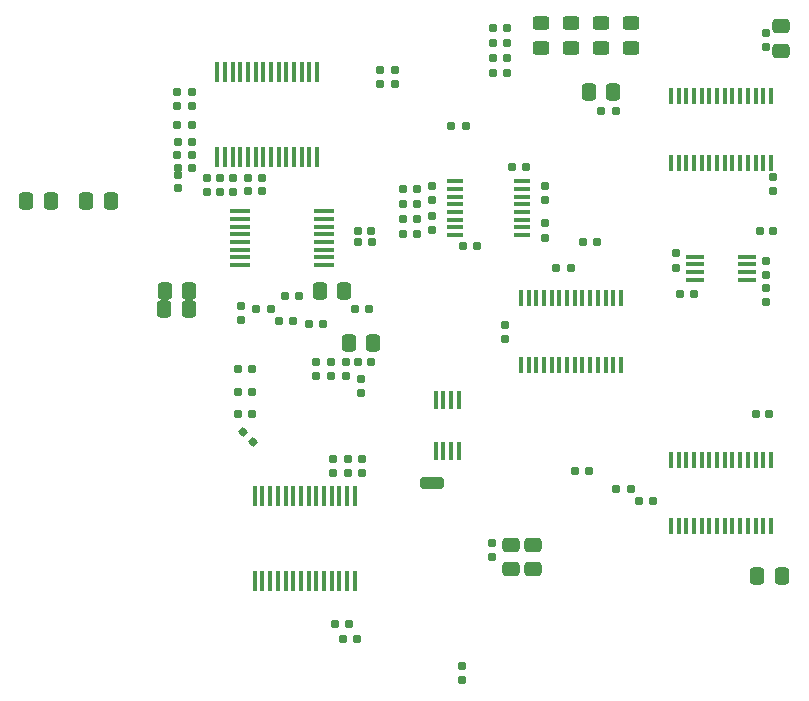
<source format=gbr>
%TF.GenerationSoftware,KiCad,Pcbnew,(6.0.4)*%
%TF.CreationDate,2022-12-09T13:12:30+01:00*%
%TF.ProjectId,SmartArtificialSoftTissue_Standard_v2,536d6172-7441-4727-9469-66696369616c,rev?*%
%TF.SameCoordinates,Original*%
%TF.FileFunction,Paste,Top*%
%TF.FilePolarity,Positive*%
%FSLAX46Y46*%
G04 Gerber Fmt 4.6, Leading zero omitted, Abs format (unit mm)*
G04 Created by KiCad (PCBNEW (6.0.4)) date 2022-12-09 13:12:30*
%MOMM*%
%LPD*%
G01*
G04 APERTURE LIST*
G04 Aperture macros list*
%AMRoundRect*
0 Rectangle with rounded corners*
0 $1 Rounding radius*
0 $2 $3 $4 $5 $6 $7 $8 $9 X,Y pos of 4 corners*
0 Add a 4 corners polygon primitive as box body*
4,1,4,$2,$3,$4,$5,$6,$7,$8,$9,$2,$3,0*
0 Add four circle primitives for the rounded corners*
1,1,$1+$1,$2,$3*
1,1,$1+$1,$4,$5*
1,1,$1+$1,$6,$7*
1,1,$1+$1,$8,$9*
0 Add four rect primitives between the rounded corners*
20,1,$1+$1,$2,$3,$4,$5,0*
20,1,$1+$1,$4,$5,$6,$7,0*
20,1,$1+$1,$6,$7,$8,$9,0*
20,1,$1+$1,$8,$9,$2,$3,0*%
G04 Aperture macros list end*
%ADD10RoundRect,0.250000X-0.337500X-0.475000X0.337500X-0.475000X0.337500X0.475000X-0.337500X0.475000X0*%
%ADD11RoundRect,0.160000X-0.252791X0.026517X0.026517X-0.252791X0.252791X-0.026517X-0.026517X0.252791X0*%
%ADD12RoundRect,0.160000X-0.197500X-0.160000X0.197500X-0.160000X0.197500X0.160000X-0.197500X0.160000X0*%
%ADD13RoundRect,0.250000X0.475000X-0.337500X0.475000X0.337500X-0.475000X0.337500X-0.475000X-0.337500X0*%
%ADD14RoundRect,0.250000X0.337500X0.475000X-0.337500X0.475000X-0.337500X-0.475000X0.337500X-0.475000X0*%
%ADD15RoundRect,0.160000X0.160000X-0.197500X0.160000X0.197500X-0.160000X0.197500X-0.160000X-0.197500X0*%
%ADD16RoundRect,0.160000X-0.160000X0.197500X-0.160000X-0.197500X0.160000X-0.197500X0.160000X0.197500X0*%
%ADD17RoundRect,0.155000X-0.155000X0.212500X-0.155000X-0.212500X0.155000X-0.212500X0.155000X0.212500X0*%
%ADD18RoundRect,0.155000X-0.212500X-0.155000X0.212500X-0.155000X0.212500X0.155000X-0.212500X0.155000X0*%
%ADD19RoundRect,0.160000X0.197500X0.160000X-0.197500X0.160000X-0.197500X-0.160000X0.197500X-0.160000X0*%
%ADD20RoundRect,0.250000X0.750000X-0.250000X0.750000X0.250000X-0.750000X0.250000X-0.750000X-0.250000X0*%
%ADD21RoundRect,0.250000X-0.450000X0.325000X-0.450000X-0.325000X0.450000X-0.325000X0.450000X0.325000X0*%
%ADD22R,1.800000X0.450000*%
%ADD23RoundRect,0.155000X0.155000X-0.212500X0.155000X0.212500X-0.155000X0.212500X-0.155000X-0.212500X0*%
%ADD24R,0.355600X1.473200*%
%ADD25R,1.473200X0.355600*%
%ADD26R,0.431800X1.524000*%
%ADD27RoundRect,0.250000X-0.475000X0.337500X-0.475000X-0.337500X0.475000X-0.337500X0.475000X0.337500X0*%
%ADD28RoundRect,0.155000X0.212500X0.155000X-0.212500X0.155000X-0.212500X-0.155000X0.212500X-0.155000X0*%
%ADD29R,0.450000X1.750000*%
%ADD30R,1.524000X0.431800*%
G04 APERTURE END LIST*
D10*
%TO.C,C8*%
X60875000Y-72390000D03*
X62950000Y-72390000D03*
%TD*%
D11*
%TO.C,R42*%
X74190004Y-91970004D03*
X75034996Y-92814996D03*
%TD*%
D12*
%TO.C,R23*%
X68602500Y-66000000D03*
X69797500Y-66000000D03*
%TD*%
%TO.C,R52*%
X95287500Y-61595000D03*
X96482500Y-61595000D03*
%TD*%
D13*
%TO.C,C21*%
X119697500Y-59690000D03*
X119697500Y-57615000D03*
%TD*%
D14*
%TO.C,C18*%
X69617500Y-80010000D03*
X67542500Y-80010000D03*
%TD*%
D15*
%TO.C,R33*%
X85725000Y-62510000D03*
X85725000Y-61315000D03*
%TD*%
D16*
%TO.C,J14*%
X118999000Y-70395500D03*
X118999000Y-71590500D03*
%TD*%
D17*
%TO.C,C9*%
X68647500Y-70235000D03*
X68647500Y-71370000D03*
%TD*%
D18*
%TO.C,C14*%
X117927500Y-74930000D03*
X119062500Y-74930000D03*
%TD*%
D16*
%TO.C,R61*%
X118427500Y-58177500D03*
X118427500Y-59372500D03*
%TD*%
D15*
%TO.C,R15*%
X73300000Y-71697500D03*
X73300000Y-70502500D03*
%TD*%
D12*
%TO.C,R51*%
X95287500Y-60325000D03*
X96482500Y-60325000D03*
%TD*%
D19*
%TO.C,R58*%
X78897500Y-80502500D03*
X77702500Y-80502500D03*
%TD*%
D16*
%TO.C,R6*%
X84100000Y-87502500D03*
X84100000Y-88697500D03*
%TD*%
D10*
%TO.C,C17*%
X80645000Y-80010000D03*
X82720000Y-80010000D03*
%TD*%
D19*
%TO.C,R36*%
X78385000Y-82550000D03*
X77190000Y-82550000D03*
%TD*%
D20*
%TO.C,J13*%
X90170000Y-96270000D03*
%TD*%
D14*
%TO.C,C22*%
X105495000Y-63182500D03*
X103420000Y-63182500D03*
%TD*%
D12*
%TO.C,R39*%
X73697500Y-86677500D03*
X74892500Y-86677500D03*
%TD*%
D15*
%TO.C,J3*%
X90170000Y-72352500D03*
X90170000Y-71157500D03*
%TD*%
D16*
%TO.C,R5*%
X81597500Y-86080000D03*
X81597500Y-87275000D03*
%TD*%
D14*
%TO.C,C24*%
X57870000Y-72390000D03*
X55795000Y-72390000D03*
%TD*%
D16*
%TO.C,R38*%
X73977500Y-81317500D03*
X73977500Y-82512500D03*
%TD*%
D15*
%TO.C,R56*%
X68580000Y-64415000D03*
X68580000Y-63220000D03*
%TD*%
D12*
%TO.C,R43*%
X105765000Y-96837500D03*
X106960000Y-96837500D03*
%TD*%
D16*
%TO.C,R48*%
X96300000Y-82905000D03*
X96300000Y-84100000D03*
%TD*%
D15*
%TO.C,R64*%
X110807500Y-78067500D03*
X110807500Y-76872500D03*
%TD*%
D12*
%TO.C,R40*%
X73697500Y-88582500D03*
X74892500Y-88582500D03*
%TD*%
D19*
%TO.C,R65*%
X112357500Y-80327500D03*
X111162500Y-80327500D03*
%TD*%
D12*
%TO.C,R19*%
X68607500Y-67400000D03*
X69802500Y-67400000D03*
%TD*%
D14*
%TO.C,C19*%
X69537500Y-81600000D03*
X67462500Y-81600000D03*
%TD*%
D10*
%TO.C,C2*%
X83100000Y-84455000D03*
X85175000Y-84455000D03*
%TD*%
D21*
%TO.C,D4*%
X106997500Y-57395000D03*
X106997500Y-59445000D03*
%TD*%
D12*
%TO.C,R44*%
X107670000Y-97790000D03*
X108865000Y-97790000D03*
%TD*%
D22*
%TO.C,IC1*%
X81020000Y-77840000D03*
X81020000Y-77190000D03*
X81020000Y-76540000D03*
X81020000Y-75890000D03*
X81020000Y-75240000D03*
X81020000Y-74590000D03*
X81020000Y-73940000D03*
X81020000Y-73290000D03*
X73920000Y-73290000D03*
X73920000Y-73940000D03*
X73920000Y-74590000D03*
X73920000Y-75240000D03*
X73920000Y-75890000D03*
X73920000Y-76540000D03*
X73920000Y-77190000D03*
X73920000Y-77840000D03*
%TD*%
D13*
%TO.C,C7*%
X96837500Y-103590000D03*
X96837500Y-101515000D03*
%TD*%
D23*
%TO.C,C13*%
X95250000Y-102552500D03*
X95250000Y-101417500D03*
%TD*%
D12*
%TO.C,R50*%
X95287500Y-59055000D03*
X96482500Y-59055000D03*
%TD*%
%TO.C,J5*%
X92747500Y-76200000D03*
X93942500Y-76200000D03*
%TD*%
D15*
%TO.C,J2*%
X99695000Y-72352500D03*
X99695000Y-71157500D03*
%TD*%
D16*
%TO.C,R7*%
X82867500Y-86080000D03*
X82867500Y-87275000D03*
%TD*%
D19*
%TO.C,R37*%
X76480000Y-81597500D03*
X75285000Y-81597500D03*
%TD*%
%TO.C,J9*%
X98107500Y-69532500D03*
X96912500Y-69532500D03*
%TD*%
%TO.C,R32*%
X75797500Y-71600000D03*
X74602500Y-71600000D03*
%TD*%
D24*
%TO.C,MUX1*%
X118842500Y-63538100D03*
X118192499Y-63538100D03*
X117542500Y-63538100D03*
X116892499Y-63538100D03*
X116242501Y-63538100D03*
X115592499Y-63538100D03*
X114942501Y-63538100D03*
X114292502Y-63538100D03*
X113642501Y-63538100D03*
X112992502Y-63538100D03*
X112342501Y-63538100D03*
X111692502Y-63538100D03*
X111042501Y-63538100D03*
X110392502Y-63538100D03*
X110392500Y-69176900D03*
X111042501Y-69176900D03*
X111692500Y-69176900D03*
X112342501Y-69176900D03*
X112992499Y-69176900D03*
X113642501Y-69176900D03*
X114292499Y-69176900D03*
X114942501Y-69176900D03*
X115592499Y-69176900D03*
X116242501Y-69176900D03*
X116892499Y-69176900D03*
X117542500Y-69176900D03*
X118192499Y-69176900D03*
X118842500Y-69176900D03*
%TD*%
D15*
%TO.C,R49*%
X92710000Y-112992500D03*
X92710000Y-111797500D03*
%TD*%
%TO.C,R34*%
X86995000Y-62510000D03*
X86995000Y-61315000D03*
%TD*%
D19*
%TO.C,R59*%
X84797500Y-81600000D03*
X83602500Y-81600000D03*
%TD*%
D21*
%TO.C,D2*%
X101917500Y-57395000D03*
X101917500Y-59445000D03*
%TD*%
D12*
%TO.C,R17*%
X95287500Y-57785000D03*
X96482500Y-57785000D03*
%TD*%
D24*
%TO.C,MUX2*%
X106142500Y-80683100D03*
X105492499Y-80683100D03*
X104842500Y-80683100D03*
X104192499Y-80683100D03*
X103542501Y-80683100D03*
X102892499Y-80683100D03*
X102242501Y-80683100D03*
X101592502Y-80683100D03*
X100942501Y-80683100D03*
X100292502Y-80683100D03*
X99642501Y-80683100D03*
X98992502Y-80683100D03*
X98342501Y-80683100D03*
X97692502Y-80683100D03*
X97692500Y-86321900D03*
X98342501Y-86321900D03*
X98992500Y-86321900D03*
X99642501Y-86321900D03*
X100292499Y-86321900D03*
X100942501Y-86321900D03*
X101592499Y-86321900D03*
X102242501Y-86321900D03*
X102892499Y-86321900D03*
X103542501Y-86321900D03*
X104192499Y-86321900D03*
X104842500Y-86321900D03*
X105492499Y-86321900D03*
X106142500Y-86321900D03*
%TD*%
D12*
%TO.C,R24*%
X68602500Y-68500000D03*
X69797500Y-68500000D03*
%TD*%
D10*
%TO.C,C1*%
X117707500Y-104140000D03*
X119782500Y-104140000D03*
%TD*%
D12*
%TO.C,R60*%
X100685000Y-78105000D03*
X101880000Y-78105000D03*
%TD*%
D16*
%TO.C,R2*%
X83000000Y-94302500D03*
X83000000Y-95497500D03*
%TD*%
D19*
%TO.C,R45*%
X103467500Y-95250000D03*
X102272500Y-95250000D03*
%TD*%
D21*
%TO.C,D3*%
X104457500Y-57395000D03*
X104457500Y-59445000D03*
%TD*%
D19*
%TO.C,R46*%
X83820000Y-109537500D03*
X82625000Y-109537500D03*
%TD*%
D12*
%TO.C,R67*%
X87667500Y-73977500D03*
X88862500Y-73977500D03*
%TD*%
D19*
%TO.C,R35*%
X80925000Y-82867500D03*
X79730000Y-82867500D03*
%TD*%
D12*
%TO.C,J8*%
X102907500Y-75882500D03*
X104102500Y-75882500D03*
%TD*%
%TO.C,R55*%
X87667500Y-72707500D03*
X88862500Y-72707500D03*
%TD*%
%TO.C,R62*%
X104495000Y-64770000D03*
X105690000Y-64770000D03*
%TD*%
D19*
%TO.C,R31*%
X75797500Y-70500000D03*
X74602500Y-70500000D03*
%TD*%
D16*
%TO.C,R4*%
X80327500Y-86080000D03*
X80327500Y-87275000D03*
%TD*%
D15*
%TO.C,R_shunt1*%
X118427500Y-80962500D03*
X118427500Y-79767500D03*
%TD*%
%TO.C,R53*%
X69850000Y-64415000D03*
X69850000Y-63220000D03*
%TD*%
D16*
%TO.C,R1*%
X81800000Y-94302500D03*
X81800000Y-95497500D03*
%TD*%
D12*
%TO.C,J10*%
X91795000Y-66040000D03*
X92990000Y-66040000D03*
%TD*%
D16*
%TO.C,R3*%
X84200000Y-94302500D03*
X84200000Y-95497500D03*
%TD*%
D19*
%TO.C,R47*%
X83147500Y-108267500D03*
X81952500Y-108267500D03*
%TD*%
D25*
%TO.C,AS1*%
X97751900Y-75299999D03*
X97751900Y-74650001D03*
X97751900Y-73999999D03*
X97751900Y-73350001D03*
X97751900Y-72700002D03*
X97751900Y-72050001D03*
X97751900Y-71400002D03*
X97751900Y-70750001D03*
X92113100Y-70750001D03*
X92113100Y-71399999D03*
X92113100Y-72050001D03*
X92113100Y-72699999D03*
X92113100Y-73349998D03*
X92113100Y-73999999D03*
X92113100Y-74649998D03*
X92113100Y-75299999D03*
%TD*%
D16*
%TO.C,J1*%
X99695000Y-74332500D03*
X99695000Y-75527500D03*
%TD*%
D26*
%TO.C,OPA2*%
X90465001Y-93611700D03*
X91114999Y-93611700D03*
X91765001Y-93611700D03*
X92414999Y-93611700D03*
X92414999Y-89268300D03*
X91765001Y-89268300D03*
X91114999Y-89268300D03*
X90465001Y-89268300D03*
%TD*%
D16*
%TO.C,J4*%
X90170000Y-73697500D03*
X90170000Y-74892500D03*
%TD*%
D27*
%TO.C,C20*%
X98742500Y-101515000D03*
X98742500Y-103590000D03*
%TD*%
D21*
%TO.C,D1*%
X99377500Y-57395000D03*
X99377500Y-59445000D03*
%TD*%
D18*
%TO.C,C11*%
X117542500Y-90487500D03*
X118677500Y-90487500D03*
%TD*%
D15*
%TO.C,R18*%
X71100000Y-71697500D03*
X71100000Y-70502500D03*
%TD*%
%TO.C,R63*%
X118427500Y-78702500D03*
X118427500Y-77507500D03*
%TD*%
D12*
%TO.C,R25*%
X68605000Y-69600000D03*
X69800000Y-69600000D03*
%TD*%
D28*
%TO.C,C23*%
X85022500Y-74930000D03*
X83887500Y-74930000D03*
%TD*%
D12*
%TO.C,R54*%
X83857500Y-75882500D03*
X85052500Y-75882500D03*
%TD*%
D29*
%TO.C,IOEX1*%
X80425000Y-61487500D03*
X79775000Y-61487500D03*
X79125000Y-61487500D03*
X78475000Y-61487500D03*
X77825000Y-61487500D03*
X77175000Y-61487500D03*
X76525000Y-61487500D03*
X75875000Y-61487500D03*
X75225000Y-61487500D03*
X74575000Y-61487500D03*
X73925000Y-61487500D03*
X73275000Y-61487500D03*
X72625000Y-61487500D03*
X71975000Y-61487500D03*
X71975000Y-68687500D03*
X72625000Y-68687500D03*
X73275000Y-68687500D03*
X73925000Y-68687500D03*
X74575000Y-68687500D03*
X75225000Y-68687500D03*
X75875000Y-68687500D03*
X76525000Y-68687500D03*
X77175000Y-68687500D03*
X77825000Y-68687500D03*
X78475000Y-68687500D03*
X79125000Y-68687500D03*
X79775000Y-68687500D03*
X80425000Y-68687500D03*
%TD*%
%TO.C,IOEX2*%
X75150000Y-104565000D03*
X75800000Y-104565000D03*
X76450000Y-104565000D03*
X77100000Y-104565000D03*
X77750000Y-104565000D03*
X78400000Y-104565000D03*
X79050000Y-104565000D03*
X79700000Y-104565000D03*
X80350000Y-104565000D03*
X81000000Y-104565000D03*
X81650000Y-104565000D03*
X82300000Y-104565000D03*
X82950000Y-104565000D03*
X83600000Y-104565000D03*
X83600000Y-97365000D03*
X82950000Y-97365000D03*
X82300000Y-97365000D03*
X81650000Y-97365000D03*
X81000000Y-97365000D03*
X80350000Y-97365000D03*
X79700000Y-97365000D03*
X79050000Y-97365000D03*
X78400000Y-97365000D03*
X77750000Y-97365000D03*
X77100000Y-97365000D03*
X76450000Y-97365000D03*
X75800000Y-97365000D03*
X75150000Y-97365000D03*
%TD*%
D18*
%TO.C,C10*%
X83887500Y-86042500D03*
X85022500Y-86042500D03*
%TD*%
D12*
%TO.C,J6*%
X87667500Y-75247500D03*
X88862500Y-75247500D03*
%TD*%
%TO.C,J7*%
X87667500Y-71437500D03*
X88862500Y-71437500D03*
%TD*%
D24*
%TO.C,MUX3*%
X118842500Y-94335600D03*
X118192499Y-94335600D03*
X117542500Y-94335600D03*
X116892499Y-94335600D03*
X116242501Y-94335600D03*
X115592499Y-94335600D03*
X114942501Y-94335600D03*
X114292502Y-94335600D03*
X113642501Y-94335600D03*
X112992502Y-94335600D03*
X112342501Y-94335600D03*
X111692502Y-94335600D03*
X111042501Y-94335600D03*
X110392502Y-94335600D03*
X110392500Y-99974400D03*
X111042501Y-99974400D03*
X111692500Y-99974400D03*
X112342501Y-99974400D03*
X112992499Y-99974400D03*
X113642501Y-99974400D03*
X114292499Y-99974400D03*
X114942501Y-99974400D03*
X115592499Y-99974400D03*
X116242501Y-99974400D03*
X116892499Y-99974400D03*
X117542500Y-99974400D03*
X118192499Y-99974400D03*
X118842500Y-99974400D03*
%TD*%
D15*
%TO.C,R16*%
X72200000Y-71697500D03*
X72200000Y-70502500D03*
%TD*%
D12*
%TO.C,R41*%
X73697500Y-90487500D03*
X74892500Y-90487500D03*
%TD*%
D30*
%TO.C,OPA1*%
X112445800Y-77130001D03*
X112445800Y-77779999D03*
X112445800Y-78430001D03*
X112445800Y-79079999D03*
X116789200Y-79079999D03*
X116789200Y-78430001D03*
X116789200Y-77779999D03*
X116789200Y-77130001D03*
%TD*%
M02*

</source>
